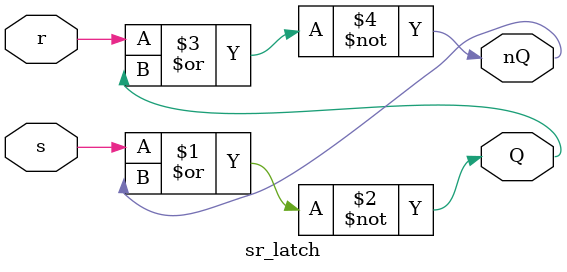
<source format=v>
module sr_latch(
	input s,
	input r,
	output Q,
	output nQ);
	
	assign Q = (~(s|nQ));
	assign nQ = (~(r|Q));

endmodule
</source>
